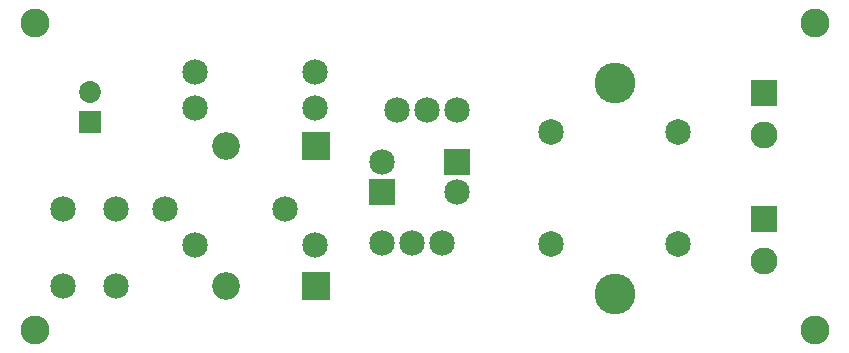
<source format=gbs>
G04 MADE WITH FRITZING*
G04 WWW.FRITZING.ORG*
G04 DOUBLE SIDED*
G04 HOLES PLATED*
G04 CONTOUR ON CENTER OF CONTOUR VECTOR*
%ASAXBY*%
%FSLAX23Y23*%
%MOIN*%
%OFA0B0*%
%SFA1.0B1.0*%
%ADD10C,0.085000*%
%ADD11C,0.072992*%
%ADD12C,0.090000*%
%ADD13C,0.092000*%
%ADD14C,0.085118*%
%ADD15C,0.135984*%
%ADD16C,0.096614*%
%ADD17R,0.072992X0.072992*%
%ADD18R,0.085000X0.085000*%
%ADD19R,0.090000X0.090000*%
%ADD20R,0.092000X0.092000*%
%LNMASK0*%
G90*
G70*
G54D10*
X513Y483D03*
X913Y483D03*
X1013Y938D03*
X613Y938D03*
X612Y363D03*
X1012Y363D03*
X613Y818D03*
X1013Y818D03*
X1235Y367D03*
X1335Y367D03*
X1435Y367D03*
X1485Y810D03*
X1385Y810D03*
X1285Y810D03*
G54D11*
X262Y773D03*
X262Y872D03*
G54D10*
X1235Y539D03*
X1235Y639D03*
X1485Y639D03*
X1485Y539D03*
X173Y225D03*
X173Y481D03*
X350Y225D03*
X350Y481D03*
G54D12*
X2508Y867D03*
X2508Y729D03*
G54D13*
X1015Y224D03*
X717Y224D03*
X1015Y691D03*
X717Y691D03*
G54D12*
X2508Y447D03*
X2508Y309D03*
G54D14*
X2221Y738D03*
X1800Y738D03*
X1800Y364D03*
X2221Y364D03*
G54D15*
X2012Y903D03*
X2012Y198D03*
G54D16*
X78Y1103D03*
X78Y78D03*
X2678Y78D03*
X2678Y1103D03*
G54D17*
X262Y773D03*
G54D18*
X1235Y539D03*
X1485Y639D03*
G54D19*
X2508Y867D03*
G54D20*
X1016Y224D03*
X1016Y691D03*
G54D19*
X2508Y447D03*
G04 End of Mask0*
M02*
</source>
